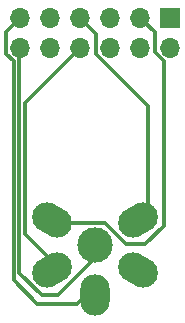
<source format=gbr>
%TF.GenerationSoftware,KiCad,Pcbnew,(6.0.11)*%
%TF.CreationDate,2024-01-24T23:02:21+00:00*%
%TF.ProjectId,RGBtoHDMI_DIN,52474274-6f48-4444-9d49-5f44494e2e6b,rev?*%
%TF.SameCoordinates,Original*%
%TF.FileFunction,Copper,L2,Bot*%
%TF.FilePolarity,Positive*%
%FSLAX46Y46*%
G04 Gerber Fmt 4.6, Leading zero omitted, Abs format (unit mm)*
G04 Created by KiCad (PCBNEW (6.0.11)) date 2024-01-24 23:02:21*
%MOMM*%
%LPD*%
G01*
G04 APERTURE LIST*
G04 Aperture macros list*
%AMHorizOval*
0 Thick line with rounded ends*
0 $1 width*
0 $2 $3 position (X,Y) of the first rounded end (center of the circle)*
0 $4 $5 position (X,Y) of the second rounded end (center of the circle)*
0 Add line between two ends*
20,1,$1,$2,$3,$4,$5,0*
0 Add two circle primitives to create the rounded ends*
1,1,$1,$2,$3*
1,1,$1,$4,$5*%
G04 Aperture macros list end*
%TA.AperFunction,ComponentPad*%
%ADD10HorizOval,2.500000X0.433013X0.250000X-0.433013X-0.250000X0*%
%TD*%
%TA.AperFunction,ComponentPad*%
%ADD11HorizOval,2.500000X0.433013X-0.250000X-0.433013X0.250000X0*%
%TD*%
%TA.AperFunction,ComponentPad*%
%ADD12O,2.500000X3.500000*%
%TD*%
%TA.AperFunction,ComponentPad*%
%ADD13HorizOval,2.500000X-0.433013X-0.250000X0.433013X0.250000X0*%
%TD*%
%TA.AperFunction,ComponentPad*%
%ADD14HorizOval,2.500000X-0.433013X0.250000X0.433013X-0.250000X0*%
%TD*%
%TA.AperFunction,ComponentPad*%
%ADD15C,3.000000*%
%TD*%
%TA.AperFunction,ComponentPad*%
%ADD16R,1.700000X1.700000*%
%TD*%
%TA.AperFunction,ComponentPad*%
%ADD17O,1.700000X1.700000*%
%TD*%
%TA.AperFunction,Conductor*%
%ADD18C,0.300000*%
%TD*%
G04 APERTURE END LIST*
D10*
%TO.P,J1,1*%
%TO.N,/RED3*%
X151306218Y-85910000D03*
D11*
%TO.P,J1,2*%
%TO.N,/GREEN3*%
X151306218Y-90110000D03*
D12*
%TO.P,J1,3*%
%TO.N,/BLUE3*%
X147670000Y-92210000D03*
D13*
%TO.P,J1,4*%
%TO.N,/HSYNC*%
X144033782Y-90110000D03*
D14*
%TO.P,J1,5*%
%TO.N,/GND*%
X144033782Y-85910000D03*
D15*
%TO.P,J1,6*%
%TO.N,/5v*%
X147670000Y-88010000D03*
%TD*%
D16*
%TO.P,J2,1,Pin_1*%
%TO.N,unconnected-(J2-Pad1)*%
X154020000Y-68765000D03*
D17*
%TO.P,J2,2,Pin_2*%
%TO.N,unconnected-(J2-Pad2)*%
X154020000Y-71305000D03*
%TO.P,J2,3,Pin_3*%
%TO.N,/GND*%
X151480000Y-68765000D03*
%TO.P,J2,4,Pin_4*%
%TO.N,unconnected-(J2-Pad4)*%
X151480000Y-71305000D03*
%TO.P,J2,5,Pin_5*%
%TO.N,unconnected-(J2-Pad5)*%
X148940000Y-68765000D03*
%TO.P,J2,6,Pin_6*%
%TO.N,unconnected-(J2-Pad6)*%
X148940000Y-71305000D03*
%TO.P,J2,7,Pin_7*%
%TO.N,/RED3*%
X146400000Y-68765000D03*
%TO.P,J2,8,Pin_8*%
%TO.N,/HSYNC*%
X146400000Y-71305000D03*
%TO.P,J2,9,Pin_9*%
%TO.N,/GREEN3*%
X143860000Y-68765000D03*
%TO.P,J2,10,Pin_10*%
%TO.N,unconnected-(J2-Pad10)*%
X143860000Y-71305000D03*
%TO.P,J2,11,Pin_11*%
%TO.N,/BLUE3*%
X141320000Y-68765000D03*
%TO.P,J2,12,Pin_12*%
%TO.N,/5v*%
X141320000Y-71305000D03*
%TD*%
D18*
%TO.N,/RED3*%
X150700000Y-86260000D02*
X152140000Y-84820000D01*
X152140000Y-84820000D02*
X152140000Y-76260000D01*
X147740000Y-71860000D02*
X147740000Y-70105000D01*
X147740000Y-70105000D02*
X146400000Y-68765000D01*
X152140000Y-76260000D02*
X147740000Y-71860000D01*
%TO.N,/BLUE3*%
X140740000Y-91010000D02*
X140740000Y-72422057D01*
X140120000Y-69965000D02*
X141320000Y-68765000D01*
X140120000Y-71802057D02*
X140120000Y-69965000D01*
X147670000Y-91510000D02*
X146150000Y-93030000D01*
X146150000Y-93030000D02*
X142760000Y-93030000D01*
X140740000Y-72422057D02*
X140120000Y-71802057D01*
X142760000Y-93030000D02*
X140740000Y-91010000D01*
%TO.N,/HSYNC*%
X144400000Y-89760000D02*
X141740000Y-87100000D01*
X141740000Y-75965000D02*
X146400000Y-71305000D01*
X141740000Y-87100000D02*
X141740000Y-75965000D01*
X144640000Y-89760000D02*
X144400000Y-89760000D01*
%TO.N,/GND*%
X144740000Y-86160000D02*
X148500000Y-86160000D01*
X152690000Y-71671350D02*
X152690000Y-69975000D01*
X150280000Y-87940000D02*
X151887453Y-87940000D01*
X148500000Y-86160000D02*
X150280000Y-87940000D01*
X144640000Y-86260000D02*
X144740000Y-86160000D01*
X153456243Y-72437593D02*
X152690000Y-71671350D01*
X151887453Y-87940000D02*
X153456243Y-86371210D01*
X153456243Y-86371210D02*
X153456243Y-72437593D01*
X152690000Y-69975000D02*
X151480000Y-68765000D01*
%TO.N,/5v*%
X147670000Y-89085017D02*
X144498128Y-92256889D01*
X141240000Y-71385000D02*
X141320000Y-71305000D01*
X144498128Y-92256889D02*
X143146889Y-92256889D01*
X147670000Y-88010000D02*
X147670000Y-89085017D01*
X143146889Y-92256889D02*
X141240000Y-90350000D01*
X141240000Y-90350000D02*
X141240000Y-71385000D01*
%TD*%
M02*

</source>
